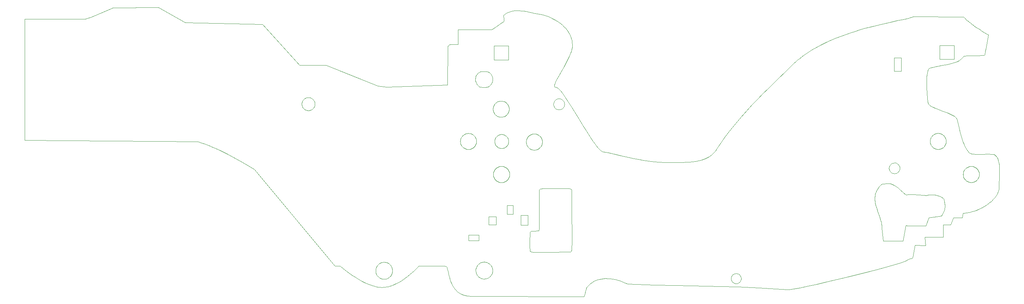
<source format=gbr>
%TF.GenerationSoftware,KiCad,Pcbnew,(5.1.6)-1*%
%TF.CreationDate,2020-06-22T12:01:02-04:00*%
%TF.ProjectId,Aligned mobo,416c6967-6e65-4642-906d-6f626f2e6b69,rev?*%
%TF.SameCoordinates,Original*%
%TF.FileFunction,Profile,NP*%
%FSLAX46Y46*%
G04 Gerber Fmt 4.6, Leading zero omitted, Abs format (unit mm)*
G04 Created by KiCad (PCBNEW (5.1.6)-1) date 2020-06-22 12:01:02*
%MOMM*%
%LPD*%
G01*
G04 APERTURE LIST*
%TA.AperFunction,Profile*%
%ADD10C,0.100000*%
%TD*%
G04 APERTURE END LIST*
D10*
X94446406Y-10311018D02*
X94713596Y-10261348D01*
X94713596Y-10261348D02*
X95024676Y-10228748D01*
X95024676Y-10228748D02*
X95747596Y-10206328D01*
X95747596Y-10206328D02*
X96553316Y-10226918D01*
X96553316Y-10226918D02*
X97379966Y-10273678D01*
X97379966Y-10273678D02*
X98848606Y-10378330D01*
X98848606Y-10378330D02*
X99366876Y-10402540D01*
X99366876Y-10402540D02*
X99544936Y-10400240D01*
X99544936Y-10400240D02*
X99658636Y-10385540D01*
X99658636Y-10385540D02*
X100024836Y-10303380D01*
X100024836Y-10303380D02*
X100386836Y-10255860D01*
X100386836Y-10255860D02*
X100742176Y-10239650D01*
X100742176Y-10239650D02*
X101088376Y-10251440D01*
X101088376Y-10251440D02*
X101422976Y-10287900D01*
X101422976Y-10287900D02*
X101743496Y-10345710D01*
X101743496Y-10345710D02*
X102047476Y-10421550D01*
X102047476Y-10421550D02*
X102332436Y-10512090D01*
X102332436Y-10512090D02*
X102595916Y-10614018D01*
X102595916Y-10614018D02*
X102835446Y-10724011D01*
X102835446Y-10724011D02*
X103048556Y-10838749D01*
X103048556Y-10838749D02*
X103232776Y-10954909D01*
X103232776Y-10954909D02*
X103385626Y-11069171D01*
X103385626Y-11069171D02*
X103504646Y-11178213D01*
X103504646Y-11178213D02*
X103587346Y-11278714D01*
X103587346Y-11278714D02*
X103631246Y-11367354D01*
X103631246Y-11367354D02*
X103753826Y-11840523D01*
X103753826Y-11840523D02*
X103837526Y-12308533D01*
X103837526Y-12308533D02*
X103873326Y-12777281D01*
X103873326Y-12777281D02*
X103870326Y-13013774D01*
X103870326Y-13013774D02*
X103852026Y-13252662D01*
X103852026Y-13252662D02*
X103817226Y-13494683D01*
X103817226Y-13494683D02*
X103764826Y-13740573D01*
X103764826Y-13740573D02*
X103693626Y-13991071D01*
X103693626Y-13991071D02*
X103602526Y-14246912D01*
X103602526Y-14246912D02*
X103490426Y-14508834D01*
X103490426Y-14508834D02*
X103356176Y-14777574D01*
X103356176Y-14777574D02*
X103198636Y-15053869D01*
X103198636Y-15053869D02*
X103016686Y-15338456D01*
X103016686Y-15338456D02*
X99967356Y-15804186D01*
X99967356Y-15804186D02*
X99274886Y-17747225D01*
X99274886Y-17747225D02*
X97281526Y-17744525D01*
X97281526Y-17744525D02*
X95697006Y-17722785D01*
X95697006Y-17722785D02*
X95022386Y-17701435D01*
X95022386Y-17701435D02*
X94526986Y-17671055D01*
X94526986Y-17671055D02*
X93810556Y-21364360D01*
X93810556Y-21364360D02*
X89066886Y-21364360D01*
X89066886Y-21364360D02*
X88756776Y-18293137D01*
X88756776Y-18293137D02*
X88747776Y-17959126D01*
X88747776Y-17959126D02*
X88717776Y-17624272D01*
X88717776Y-17624272D02*
X88668876Y-17288662D01*
X88668876Y-17288662D02*
X88603276Y-16952383D01*
X88603276Y-16952383D02*
X88430646Y-16278168D01*
X88430646Y-16278168D02*
X88217316Y-15602326D01*
X88217316Y-15602326D02*
X87738316Y-14248547D01*
X87738316Y-14248547D02*
X87507546Y-13572006D01*
X87507546Y-13572006D02*
X87305836Y-12896629D01*
X87305836Y-12896629D02*
X87150656Y-12223112D01*
X87150656Y-12223112D02*
X87095956Y-11887269D01*
X87095956Y-11887269D02*
X87059456Y-11552153D01*
X87059456Y-11552153D02*
X87043256Y-11217852D01*
X87043256Y-11217852D02*
X87049256Y-10884451D01*
X87049256Y-10884451D02*
X87080356Y-10552039D01*
X87080356Y-10552039D02*
X87138356Y-10220703D01*
X87138356Y-10220703D02*
X87225356Y-9890530D01*
X87225356Y-9890530D02*
X87343646Y-9561607D01*
X87343646Y-9561607D02*
X87495376Y-9234021D01*
X87495376Y-9234021D02*
X87682716Y-8907860D01*
X87682716Y-8907860D02*
X87907846Y-8583211D01*
X87907846Y-8583211D02*
X88172956Y-8260160D01*
X88172956Y-8260160D02*
X88480226Y-7938796D01*
X88480226Y-7938796D02*
X88831826Y-7619206D01*
X88831826Y-7619206D02*
X89090176Y-7650066D01*
X89090176Y-7650066D02*
X89327156Y-7649189D01*
X89327156Y-7649189D02*
X89765886Y-7595139D01*
X89765886Y-7595139D02*
X89982096Y-7563419D01*
X89982096Y-7563419D02*
X90205816Y-7542859D01*
X90205816Y-7542859D02*
X90444286Y-7544159D01*
X90444286Y-7544159D02*
X90704726Y-7578109D01*
X90704726Y-7578109D02*
X90994346Y-7655399D01*
X90994346Y-7655399D02*
X91320386Y-7786762D01*
X91320386Y-7786762D02*
X91690056Y-7982916D01*
X91690056Y-7982916D02*
X92110576Y-8254589D01*
X92110576Y-8254589D02*
X92589186Y-8612504D01*
X92589186Y-8612504D02*
X93133106Y-9067386D01*
X93133106Y-9067386D02*
X93749536Y-9629961D01*
X93749536Y-9629961D02*
X94445726Y-10310954D01*
X94445726Y-10310954D02*
X94445726Y-10310945D01*
X94445726Y-10310945D02*
X94446406Y-10311018D01*
X91679446Y22691774D02*
X93422956Y22691774D01*
X93422956Y22691774D02*
X93422956Y19426861D01*
X93422956Y19426861D02*
X91679446Y19426861D01*
X91679446Y19426861D02*
X91679446Y22691774D01*
X91679446Y22691774D02*
X91679446Y22691774D01*
X93050036Y-3881212D02*
X93024936Y-4134834D01*
X93024936Y-4134834D02*
X92951536Y-4376396D01*
X92951536Y-4376396D02*
X92832636Y-4599112D01*
X92832636Y-4599112D02*
X92671036Y-4796193D01*
X92671036Y-4796193D02*
X92473956Y-4957787D01*
X92473956Y-4957787D02*
X92251236Y-5076692D01*
X92251236Y-5076692D02*
X92009676Y-5150102D01*
X92009676Y-5150102D02*
X91756056Y-5175192D01*
X91756056Y-5175192D02*
X91495276Y-5148902D01*
X91495276Y-5148902D02*
X91252386Y-5073502D01*
X91252386Y-5073502D02*
X91032586Y-4954197D01*
X91032586Y-4954197D02*
X90841076Y-4796191D01*
X90841076Y-4796191D02*
X90683076Y-4604686D01*
X90683076Y-4604686D02*
X90563776Y-4384886D01*
X90563776Y-4384886D02*
X90488376Y-4141994D01*
X90488376Y-4141994D02*
X90462076Y-3881213D01*
X90462076Y-3881213D02*
X90488376Y-3620433D01*
X90488376Y-3620433D02*
X90563776Y-3377541D01*
X90563776Y-3377541D02*
X90683076Y-3157741D01*
X90683076Y-3157741D02*
X90841076Y-2966236D01*
X90841076Y-2966236D02*
X91032586Y-2808230D01*
X91032586Y-2808230D02*
X91252386Y-2688925D01*
X91252386Y-2688925D02*
X91495276Y-2613525D01*
X91495276Y-2613525D02*
X91756056Y-2587235D01*
X91756056Y-2587235D02*
X92009676Y-2612325D01*
X92009676Y-2612325D02*
X92251236Y-2685735D01*
X92251236Y-2685735D02*
X92473956Y-2804640D01*
X92473956Y-2804640D02*
X92671036Y-2966233D01*
X92671036Y-2966233D02*
X92832636Y-3163314D01*
X92832636Y-3163314D02*
X92951536Y-3386030D01*
X92951536Y-3386030D02*
X93024936Y-3627592D01*
X93024936Y-3627592D02*
X93050036Y-3881214D01*
X93050036Y-3881214D02*
X93050036Y-3881214D01*
X93050036Y-3881214D02*
X93050036Y-3881212D01*
X-1174404Y-12781843D02*
X292756Y-12781843D01*
X292756Y-12781843D02*
X292756Y-14941897D01*
X292756Y-14941897D02*
X-1174404Y-14941897D01*
X-1174404Y-14941897D02*
X-1174404Y-12781843D01*
X-1174404Y-12781843D02*
X-1174404Y-12781843D01*
X13926816Y-24006612D02*
X14041356Y-23957902D01*
X14041356Y-23957902D02*
X14156516Y-23880652D01*
X14156516Y-23880652D02*
X14216816Y-23811712D01*
X14216816Y-23811712D02*
X14262916Y-23714302D01*
X14262916Y-23714302D02*
X14296716Y-23579979D01*
X14296716Y-23579979D02*
X14320116Y-23400285D01*
X14320116Y-23400285D02*
X14343616Y-22870969D01*
X14343616Y-22870969D02*
X14348616Y-22058725D01*
X14348616Y-22058725D02*
X14338016Y-12636796D01*
X14338016Y-12636796D02*
X14325116Y-10519665D01*
X14325116Y-10519665D02*
X14318116Y-9667789D01*
X14318116Y-9667789D02*
X14296416Y-9217468D01*
X14296416Y-9217468D02*
X14274516Y-9094612D01*
X14274516Y-9094612D02*
X14242316Y-9014212D01*
X14242316Y-9014212D02*
X14197616Y-8956952D01*
X14197616Y-8956952D02*
X14138216Y-8903522D01*
X14138216Y-8903522D02*
X14076516Y-8866152D01*
X14076516Y-8866152D02*
X13983916Y-8835332D01*
X13983916Y-8835332D02*
X13689836Y-8791972D01*
X13689836Y-8791972D02*
X13223476Y-8770692D01*
X13223476Y-8770692D02*
X12552396Y-8768692D01*
X12552396Y-8768692D02*
X11487696Y-8773692D01*
X11487696Y-8773692D02*
X8675716Y-8770292D01*
X8675716Y-8770292D02*
X7451046Y-8780302D01*
X7451046Y-8780302D02*
X6915816Y-8795562D01*
X6915816Y-8795562D02*
X6806866Y-8851402D01*
X6806866Y-8851402D02*
X6694586Y-8934552D01*
X6694586Y-8934552D02*
X6603486Y-9024182D01*
X6603486Y-9024182D02*
X6558086Y-9099482D01*
X6558086Y-9099482D02*
X6534586Y-9512483D01*
X6534586Y-9512483D02*
X6496986Y-11094527D01*
X6496986Y-11094527D02*
X6481186Y-12595003D01*
X6481186Y-12595003D02*
X6487186Y-16141989D01*
X6487186Y-16141989D02*
X6492186Y-17979253D01*
X6492186Y-17979253D02*
X6487186Y-18462919D01*
X6487186Y-18462919D02*
X6471886Y-18735061D01*
X6471886Y-18735061D02*
X6442886Y-18854519D01*
X6442886Y-18854519D02*
X6422086Y-18875379D01*
X6422086Y-18875379D02*
X6396486Y-18880179D01*
X6396486Y-18880179D02*
X6329086Y-18870779D01*
X6329086Y-18870779D02*
X6236986Y-18885229D01*
X6236986Y-18885229D02*
X6165486Y-18924859D01*
X6165486Y-18924859D02*
X6096886Y-18949189D01*
X6096886Y-18949189D02*
X5467596Y-18983579D01*
X5467596Y-18983579D02*
X4740346Y-19016659D01*
X4740346Y-19016659D02*
X4600046Y-19037689D01*
X4600046Y-19037689D02*
X4522346Y-19069569D01*
X4522346Y-19069569D02*
X4360056Y-19194024D01*
X4360056Y-19194024D02*
X4307956Y-19260704D01*
X4307956Y-19260704D02*
X4278556Y-19326874D01*
X4278556Y-19326874D02*
X4258656Y-21620671D01*
X4258656Y-21620671D02*
X4259656Y-22779439D01*
X4259656Y-22779439D02*
X4280856Y-23443948D01*
X4280856Y-23443948D02*
X4306356Y-23641410D01*
X4306356Y-23641410D02*
X4345856Y-23775973D01*
X4345856Y-23775973D02*
X4402256Y-23867863D01*
X4402256Y-23867863D02*
X4478556Y-23937293D01*
X4478556Y-23937293D02*
X4593606Y-24023083D01*
X4593606Y-24023083D02*
X5198336Y-24037243D01*
X5198336Y-24037243D02*
X7012056Y-24047663D01*
X7012056Y-24047663D02*
X9931396Y-24043063D01*
X9931396Y-24043063D02*
X12665866Y-24027883D01*
X12665866Y-24027883D02*
X13924966Y-24006693D01*
X13924966Y-24006693D02*
X13926966Y-24006631D01*
X13926966Y-24006631D02*
X13926816Y-24006612D01*
X2102756Y-15227732D02*
X3779886Y-15227732D01*
X3779886Y-15227732D02*
X3779886Y-17573662D01*
X3779886Y-17573662D02*
X2102756Y-17573662D01*
X2102756Y-17573662D02*
X2102756Y-15227732D01*
X2102756Y-15227732D02*
X2102756Y-15227732D01*
X-5563124Y-15546133D02*
X-3816054Y-15546133D01*
X-3816054Y-15546133D02*
X-3816054Y-17496361D01*
X-3816054Y-17496361D02*
X-5563124Y-17496361D01*
X-5563124Y-17496361D02*
X-5563124Y-15546133D01*
X-5563124Y-15546133D02*
X-5563124Y-15546133D01*
X-10430434Y-19892653D02*
X-7942814Y-19892653D01*
X-7942814Y-19892653D02*
X-7942814Y-21265313D01*
X-7942814Y-21265313D02*
X-10430434Y-21265313D01*
X-10430434Y-21265313D02*
X-10430434Y-19892653D01*
X-10430434Y-19892653D02*
X-10430434Y-19892653D01*
X-4316774Y25578714D02*
X-884334Y25578714D01*
X-884334Y25578714D02*
X-884334Y22146282D01*
X-884334Y22146282D02*
X-4316774Y22146282D01*
X-4316774Y22146282D02*
X-4316774Y25578714D01*
X-4316774Y25578714D02*
X-4316774Y25578714D01*
X102639376Y25627813D02*
X106060346Y25627813D01*
X106060346Y25627813D02*
X106060346Y22284270D01*
X106060346Y22284270D02*
X102639376Y22284270D01*
X102639376Y22284270D02*
X102639376Y25627813D01*
X102639376Y25627813D02*
X102639376Y25627813D01*
X-47298104Y11551435D02*
X-47306104Y11390298D01*
X-47306104Y11390298D02*
X-47330004Y11233816D01*
X-47330004Y11233816D02*
X-47368804Y11082780D01*
X-47368804Y11082780D02*
X-47421804Y10937984D01*
X-47421804Y10937984D02*
X-47567114Y10670278D01*
X-47567114Y10670278D02*
X-47759554Y10437034D01*
X-47759554Y10437034D02*
X-47992794Y10244590D01*
X-47992794Y10244590D02*
X-48260504Y10099283D01*
X-48260504Y10099283D02*
X-48405304Y10046283D01*
X-48405304Y10046283D02*
X-48556334Y10007443D01*
X-48556334Y10007443D02*
X-48712814Y9983563D01*
X-48712814Y9983563D02*
X-48873954Y9975463D01*
X-48873954Y9975463D02*
X-49035094Y9983563D01*
X-49035094Y9983563D02*
X-49191574Y10007443D01*
X-49191574Y10007443D02*
X-49342604Y10046283D01*
X-49342604Y10046283D02*
X-49487404Y10099283D01*
X-49487404Y10099283D02*
X-49755114Y10244590D01*
X-49755114Y10244590D02*
X-49988354Y10437034D01*
X-49988354Y10437034D02*
X-50180794Y10670278D01*
X-50180794Y10670278D02*
X-50326104Y10937984D01*
X-50326104Y10937984D02*
X-50379104Y11082780D01*
X-50379104Y11082780D02*
X-50417904Y11233816D01*
X-50417904Y11233816D02*
X-50441804Y11390298D01*
X-50441804Y11390298D02*
X-50449804Y11551435D01*
X-50449804Y11551435D02*
X-50441804Y11712572D01*
X-50441804Y11712572D02*
X-50417904Y11869054D01*
X-50417904Y11869054D02*
X-50379104Y12020090D01*
X-50379104Y12020090D02*
X-50326104Y12164886D01*
X-50326104Y12164886D02*
X-50180794Y12432592D01*
X-50180794Y12432592D02*
X-49988354Y12665836D01*
X-49988354Y12665836D02*
X-49755114Y12858280D01*
X-49755114Y12858280D02*
X-49487404Y13003587D01*
X-49487404Y13003587D02*
X-49342604Y13056587D01*
X-49342604Y13056587D02*
X-49191574Y13095427D01*
X-49191574Y13095427D02*
X-49035094Y13119307D01*
X-49035094Y13119307D02*
X-48873954Y13127407D01*
X-48873954Y13127407D02*
X-48712814Y13119307D01*
X-48712814Y13119307D02*
X-48556334Y13095427D01*
X-48556334Y13095427D02*
X-48405304Y13056587D01*
X-48405304Y13056587D02*
X-48260504Y13003587D01*
X-48260504Y13003587D02*
X-47992794Y12858280D01*
X-47992794Y12858280D02*
X-47759554Y12665836D01*
X-47759554Y12665836D02*
X-47567114Y12432592D01*
X-47567114Y12432592D02*
X-47421804Y12164886D01*
X-47421804Y12164886D02*
X-47368804Y12020090D01*
X-47368804Y12020090D02*
X-47330004Y11869054D01*
X-47330004Y11869054D02*
X-47306104Y11712572D01*
X-47306104Y11712572D02*
X-47298104Y11551435D01*
X-47298104Y11551435D02*
X-47298104Y11551435D01*
X-47298104Y11551435D02*
X-47298104Y11551435D01*
X12590436Y11505876D02*
X12563536Y11239237D01*
X12563536Y11239237D02*
X12486436Y10990889D01*
X12486436Y10990889D02*
X12364456Y10766152D01*
X12364456Y10766152D02*
X12202896Y10570345D01*
X12202896Y10570345D02*
X12007086Y10408790D01*
X12007086Y10408790D02*
X11782356Y10286806D01*
X11782356Y10286806D02*
X11534006Y10209716D01*
X11534006Y10209716D02*
X11267366Y10182836D01*
X11267366Y10182836D02*
X11000726Y10209716D01*
X11000726Y10209716D02*
X10752376Y10286806D01*
X10752376Y10286806D02*
X10527646Y10408790D01*
X10527646Y10408790D02*
X10331836Y10570345D01*
X10331836Y10570345D02*
X10170276Y10766152D01*
X10170276Y10766152D02*
X10048296Y10990889D01*
X10048296Y10990889D02*
X9971196Y11239237D01*
X9971196Y11239237D02*
X9944296Y11505876D01*
X9944296Y11505876D02*
X9971196Y11772515D01*
X9971196Y11772515D02*
X10048296Y12020863D01*
X10048296Y12020863D02*
X10170276Y12245601D01*
X10170276Y12245601D02*
X10331836Y12441407D01*
X10331836Y12441407D02*
X10527646Y12602963D01*
X10527646Y12602963D02*
X10752376Y12724946D01*
X10752376Y12724946D02*
X11000726Y12802036D01*
X11000726Y12802036D02*
X11267366Y12828916D01*
X11267366Y12828916D02*
X11534006Y12802036D01*
X11534006Y12802036D02*
X11782356Y12724946D01*
X11782356Y12724946D02*
X12007086Y12602963D01*
X12007086Y12602963D02*
X12202896Y12441407D01*
X12202896Y12441407D02*
X12364456Y12245601D01*
X12364456Y12245601D02*
X12486436Y12020863D01*
X12486436Y12020863D02*
X12563536Y11772515D01*
X12563536Y11772515D02*
X12590436Y11505876D01*
X12590436Y11505876D02*
X12590436Y11505876D01*
X12590436Y11505876D02*
X12590436Y11505876D01*
X54995766Y-30387961D02*
X54971166Y-30631968D01*
X54971166Y-30631968D02*
X54900666Y-30859237D01*
X54900666Y-30859237D02*
X54789036Y-31064899D01*
X54789036Y-31064899D02*
X54641196Y-31244086D01*
X54641196Y-31244086D02*
X54462016Y-31391929D01*
X54462016Y-31391929D02*
X54256356Y-31503560D01*
X54256356Y-31503560D02*
X54029086Y-31574110D01*
X54029086Y-31574110D02*
X53785076Y-31598710D01*
X53785076Y-31598710D02*
X53547766Y-31575230D01*
X53547766Y-31575230D02*
X53321746Y-31506550D01*
X53321746Y-31506550D02*
X53113356Y-31395293D01*
X53113356Y-31395293D02*
X52928946Y-31244093D01*
X52928946Y-31244093D02*
X52777746Y-31059688D01*
X52777746Y-31059688D02*
X52666486Y-30851298D01*
X52666486Y-30851298D02*
X52597786Y-30625272D01*
X52597786Y-30625272D02*
X52574286Y-30387964D01*
X52574286Y-30387964D02*
X52597786Y-30150655D01*
X52597786Y-30150655D02*
X52666486Y-29924630D01*
X52666486Y-29924630D02*
X52777746Y-29716239D01*
X52777746Y-29716239D02*
X52928946Y-29531835D01*
X52928946Y-29531835D02*
X53113356Y-29380634D01*
X53113356Y-29380634D02*
X53321746Y-29269377D01*
X53321746Y-29269377D02*
X53547766Y-29200697D01*
X53547766Y-29200697D02*
X53785076Y-29177217D01*
X53785076Y-29177217D02*
X54029086Y-29201817D01*
X54029086Y-29201817D02*
X54256356Y-29272367D01*
X54256356Y-29272367D02*
X54462016Y-29383998D01*
X54462016Y-29383998D02*
X54641196Y-29531841D01*
X54641196Y-29531841D02*
X54789046Y-29711028D01*
X54789046Y-29711028D02*
X54900666Y-29916691D01*
X54900666Y-29916691D02*
X54971166Y-30143960D01*
X54971166Y-30143960D02*
X54995766Y-30387967D01*
X54995766Y-30387967D02*
X54995766Y-30387967D01*
X54995766Y-30387967D02*
X54995766Y-30387961D01*
X-5687084Y15678967D02*
X-5508154Y15804491D01*
X-5508154Y15804491D02*
X-5303084Y15992992D01*
X-5303084Y15992992D02*
X-5109284Y16206726D01*
X-5109284Y16206726D02*
X-4964204Y16407950D01*
X-4964204Y16407950D02*
X-4862784Y16609229D01*
X-4862784Y16609229D02*
X-4771384Y16836332D01*
X-4771384Y16836332D02*
X-4725684Y16981035D01*
X-4725684Y16981035D02*
X-4700584Y17108794D01*
X-4700584Y17108794D02*
X-4688684Y17499735D01*
X-4688684Y17499735D02*
X-4702184Y17878115D01*
X-4702184Y17878115D02*
X-4723584Y17996148D01*
X-4723584Y17996148D02*
X-4759984Y18111676D01*
X-4759984Y18111676D02*
X-4918114Y18474217D01*
X-4918114Y18474217D02*
X-5109904Y18777984D01*
X-5109904Y18777984D02*
X-5217934Y18907189D01*
X-5217934Y18907189D02*
X-5333804Y19020935D01*
X-5333804Y19020935D02*
X-5457314Y19118965D01*
X-5457314Y19118965D02*
X-5588264Y19201025D01*
X-5588264Y19201025D02*
X-5798454Y19294395D01*
X-5798454Y19294395D02*
X-6043224Y19337415D01*
X-6043224Y19337415D02*
X-6409524Y19357685D01*
X-6409524Y19357685D02*
X-6887194Y19363885D01*
X-6887194Y19363885D02*
X-7324994Y19356185D01*
X-7324994Y19356185D02*
X-7571674Y19334915D01*
X-7571674Y19334915D02*
X-7678574Y19286305D01*
X-7678574Y19286305D02*
X-7832354Y19192525D01*
X-7832354Y19192525D02*
X-8190774Y18928399D01*
X-8190774Y18928399D02*
X-8297864Y18823717D01*
X-8297864Y18823717D02*
X-8409874Y18684017D01*
X-8409874Y18684017D02*
X-8520604Y18517834D01*
X-8520604Y18517834D02*
X-8623834Y18333707D01*
X-8623834Y18333707D02*
X-8687634Y18194169D01*
X-8687634Y18194169D02*
X-8736034Y18038485D01*
X-8736034Y18038485D02*
X-8833834Y17487988D01*
X-8833834Y17487988D02*
X-8836834Y17336646D01*
X-8836834Y17336646D02*
X-8808634Y17153965D01*
X-8808634Y17153965D02*
X-8754134Y16960575D01*
X-8754134Y16960575D02*
X-8677934Y16777102D01*
X-8677934Y16777102D02*
X-8506044Y16395691D01*
X-8506044Y16395691D02*
X-8407144Y16223245D01*
X-8407144Y16223245D02*
X-8245654Y16031684D01*
X-8245654Y16031684D02*
X-8052674Y15853512D01*
X-8052674Y15853512D02*
X-7859384Y15721236D01*
X-7859384Y15721236D02*
X-7680764Y15646876D01*
X-7680764Y15646876D02*
X-7441374Y15604296D01*
X-7441374Y15604296D02*
X-7069494Y15586406D01*
X-7069494Y15586406D02*
X-6493394Y15586116D01*
X-6493394Y15586116D02*
X-5851604Y15591716D01*
X-5851604Y15591716D02*
X-5687424Y15678906D01*
X-5687424Y15678906D02*
X-5687434Y15678952D01*
X-5687434Y15678952D02*
X-5687084Y15678967D01*
X7261446Y2443502D02*
X7251446Y2245590D01*
X7251446Y2245590D02*
X7222146Y2053395D01*
X7222146Y2053395D02*
X7174446Y1867889D01*
X7174446Y1867889D02*
X7109346Y1690047D01*
X7109346Y1690047D02*
X7027846Y1520841D01*
X7027846Y1520841D02*
X6930946Y1361243D01*
X6930946Y1361243D02*
X6819516Y1212228D01*
X6819516Y1212228D02*
X6694576Y1074767D01*
X6694576Y1074767D02*
X6557116Y949835D01*
X6557116Y949835D02*
X6408106Y838403D01*
X6408106Y838403D02*
X6248506Y741443D01*
X6248506Y741443D02*
X6079296Y659933D01*
X6079296Y659933D02*
X5901456Y594843D01*
X5901456Y594843D02*
X5715956Y547143D01*
X5715956Y547143D02*
X5523756Y517813D01*
X5523756Y517813D02*
X5325846Y507813D01*
X5325846Y507813D02*
X5134526Y517313D01*
X5134526Y517313D02*
X4946446Y545383D01*
X4946446Y545383D02*
X4762876Y591513D01*
X4762876Y591513D02*
X4585086Y655183D01*
X4585086Y655183D02*
X4414346Y735873D01*
X4414346Y735873D02*
X4251926Y833053D01*
X4251926Y833053D02*
X4099086Y946199D01*
X4099086Y946199D02*
X3957106Y1074784D01*
X3957106Y1074784D02*
X3828526Y1216764D01*
X3828526Y1216764D02*
X3715376Y1369601D01*
X3715376Y1369601D02*
X3618176Y1532025D01*
X3618176Y1532025D02*
X3537476Y1702766D01*
X3537476Y1702766D02*
X3473776Y1880556D01*
X3473776Y1880556D02*
X3427676Y2064124D01*
X3427676Y2064124D02*
X3399576Y2252203D01*
X3399576Y2252203D02*
X3390576Y2443522D01*
X3390576Y2443522D02*
X3399576Y2634841D01*
X3399576Y2634841D02*
X3427676Y2822920D01*
X3427676Y2822920D02*
X3473776Y3006488D01*
X3473776Y3006488D02*
X3537476Y3184278D01*
X3537476Y3184278D02*
X3618176Y3355019D01*
X3618176Y3355019D02*
X3715376Y3517443D01*
X3715376Y3517443D02*
X3828526Y3670280D01*
X3828526Y3670280D02*
X3957106Y3812260D01*
X3957106Y3812260D02*
X4099086Y3940845D01*
X4099086Y3940845D02*
X4251926Y4053991D01*
X4251926Y4053991D02*
X4414346Y4151171D01*
X4414346Y4151171D02*
X4585086Y4231861D01*
X4585086Y4231861D02*
X4762876Y4295541D01*
X4762876Y4295541D02*
X4946446Y4341671D01*
X4946446Y4341671D02*
X5134526Y4369731D01*
X5134526Y4369731D02*
X5325846Y4379231D01*
X5325846Y4379231D02*
X5523756Y4369231D01*
X5523756Y4369231D02*
X5715956Y4339901D01*
X5715956Y4339901D02*
X5901456Y4292201D01*
X5901456Y4292201D02*
X6079296Y4227111D01*
X6079296Y4227111D02*
X6248506Y4145601D01*
X6248506Y4145601D02*
X6408106Y4048641D01*
X6408106Y4048641D02*
X6557116Y3937209D01*
X6557116Y3937209D02*
X6694576Y3812277D01*
X6694576Y3812277D02*
X6819516Y3674816D01*
X6819516Y3674816D02*
X6930946Y3525801D01*
X6930946Y3525801D02*
X7027846Y3366203D01*
X7027846Y3366203D02*
X7109346Y3196997D01*
X7109346Y3196997D02*
X7174446Y3019155D01*
X7174446Y3019155D02*
X7222146Y2833649D01*
X7222146Y2833649D02*
X7251446Y2641454D01*
X7251446Y2641454D02*
X7261446Y2443542D01*
X7261446Y2443542D02*
X7261446Y2443542D01*
X7261446Y2443542D02*
X7261446Y2443502D01*
X-8540784Y2572138D02*
X-8550784Y2374226D01*
X-8550784Y2374226D02*
X-8580084Y2182031D01*
X-8580084Y2182031D02*
X-8627784Y1996525D01*
X-8627784Y1996525D02*
X-8692884Y1818683D01*
X-8692884Y1818683D02*
X-8774384Y1649477D01*
X-8774384Y1649477D02*
X-8871384Y1489879D01*
X-8871384Y1489879D02*
X-8982814Y1340864D01*
X-8982814Y1340864D02*
X-9107754Y1203403D01*
X-9107754Y1203403D02*
X-9245214Y1078471D01*
X-9245214Y1078471D02*
X-9394224Y967039D01*
X-9394224Y967039D02*
X-9553824Y870079D01*
X-9553824Y870079D02*
X-9723034Y788569D01*
X-9723034Y788569D02*
X-9900874Y723479D01*
X-9900874Y723479D02*
X-10086374Y675779D01*
X-10086374Y675779D02*
X-10278574Y646449D01*
X-10278574Y646449D02*
X-10476484Y636449D01*
X-10476484Y636449D02*
X-10667804Y645949D01*
X-10667804Y645949D02*
X-10855884Y674019D01*
X-10855884Y674019D02*
X-11039454Y720149D01*
X-11039454Y720149D02*
X-11217244Y783829D01*
X-11217244Y783829D02*
X-11387984Y864519D01*
X-11387984Y864519D02*
X-11550404Y961699D01*
X-11550404Y961699D02*
X-11703244Y1074846D01*
X-11703244Y1074846D02*
X-11845224Y1203431D01*
X-11845224Y1203431D02*
X-11973804Y1345411D01*
X-11973804Y1345411D02*
X-12086954Y1498248D01*
X-12086954Y1498248D02*
X-12184154Y1660672D01*
X-12184154Y1660672D02*
X-12264854Y1831413D01*
X-12264854Y1831413D02*
X-12328554Y2009203D01*
X-12328554Y2009203D02*
X-12374654Y2192771D01*
X-12374654Y2192771D02*
X-12402754Y2380850D01*
X-12402754Y2380850D02*
X-12411754Y2572169D01*
X-12411754Y2572169D02*
X-12402754Y2763488D01*
X-12402754Y2763488D02*
X-12374654Y2951566D01*
X-12374654Y2951566D02*
X-12328554Y3135135D01*
X-12328554Y3135135D02*
X-12264854Y3312925D01*
X-12264854Y3312925D02*
X-12184154Y3483666D01*
X-12184154Y3483666D02*
X-12086954Y3646089D01*
X-12086954Y3646089D02*
X-11973804Y3798926D01*
X-11973804Y3798926D02*
X-11845224Y3940907D01*
X-11845224Y3940907D02*
X-11703244Y4069492D01*
X-11703244Y4069492D02*
X-11550404Y4182638D01*
X-11550404Y4182638D02*
X-11387984Y4279818D01*
X-11387984Y4279818D02*
X-11217244Y4360508D01*
X-11217244Y4360508D02*
X-11039454Y4424178D01*
X-11039454Y4424178D02*
X-10855884Y4470308D01*
X-10855884Y4470308D02*
X-10667804Y4498368D01*
X-10667804Y4498368D02*
X-10476484Y4507868D01*
X-10476484Y4507868D02*
X-10278574Y4497868D01*
X-10278574Y4497868D02*
X-10086374Y4468538D01*
X-10086374Y4468538D02*
X-9900874Y4420838D01*
X-9900874Y4420838D02*
X-9723034Y4355748D01*
X-9723034Y4355748D02*
X-9553824Y4274238D01*
X-9553824Y4274238D02*
X-9394224Y4177278D01*
X-9394224Y4177278D02*
X-9245214Y4065847D01*
X-9245214Y4065847D02*
X-9107754Y3940914D01*
X-9107754Y3940914D02*
X-8982824Y3803454D01*
X-8982824Y3803454D02*
X-8871384Y3654438D01*
X-8871384Y3654438D02*
X-8774384Y3494841D01*
X-8774384Y3494841D02*
X-8692884Y3325635D01*
X-8692884Y3325635D02*
X-8627784Y3147792D01*
X-8627784Y3147792D02*
X-8580084Y2962287D01*
X-8580084Y2962287D02*
X-8550784Y2770092D01*
X-8550784Y2770092D02*
X-8540784Y2572180D01*
X-8540784Y2572180D02*
X-8540784Y2572180D01*
X-8540784Y2572180D02*
X-8540784Y2572138D01*
X-694084Y10339494D02*
X-703084Y10148175D01*
X-703084Y10148175D02*
X-731184Y9960097D01*
X-731184Y9960097D02*
X-777284Y9776528D01*
X-777284Y9776528D02*
X-840984Y9598738D01*
X-840984Y9598738D02*
X-921684Y9427997D01*
X-921684Y9427997D02*
X-1018884Y9265574D01*
X-1018884Y9265574D02*
X-1132034Y9112737D01*
X-1132034Y9112737D02*
X-1260614Y8970756D01*
X-1260614Y8970756D02*
X-1402594Y8842171D01*
X-1402594Y8842171D02*
X-1555434Y8729025D01*
X-1555434Y8729025D02*
X-1717854Y8631845D01*
X-1717854Y8631845D02*
X-1888594Y8551155D01*
X-1888594Y8551155D02*
X-2066384Y8487485D01*
X-2066384Y8487485D02*
X-2249954Y8441355D01*
X-2249954Y8441355D02*
X-2438034Y8413295D01*
X-2438034Y8413295D02*
X-2629354Y8403795D01*
X-2629354Y8403795D02*
X-2827264Y8413795D01*
X-2827264Y8413795D02*
X-3019464Y8443125D01*
X-3019464Y8443125D02*
X-3204964Y8490825D01*
X-3204964Y8490825D02*
X-3382804Y8555915D01*
X-3382804Y8555915D02*
X-3552014Y8637425D01*
X-3552014Y8637425D02*
X-3711614Y8734385D01*
X-3711614Y8734385D02*
X-3860624Y8845816D01*
X-3860624Y8845816D02*
X-3998084Y8970749D01*
X-3998084Y8970749D02*
X-4123014Y9108209D01*
X-4123014Y9108209D02*
X-4234454Y9257225D01*
X-4234454Y9257225D02*
X-4331354Y9416822D01*
X-4331354Y9416822D02*
X-4412854Y9586028D01*
X-4412854Y9586028D02*
X-4477954Y9763871D01*
X-4477954Y9763871D02*
X-4525654Y9949376D01*
X-4525654Y9949376D02*
X-4554954Y10141571D01*
X-4554954Y10141571D02*
X-4564954Y10339483D01*
X-4564954Y10339483D02*
X-4554954Y10537395D01*
X-4554954Y10537395D02*
X-4525654Y10729590D01*
X-4525654Y10729590D02*
X-4477954Y10915096D01*
X-4477954Y10915096D02*
X-4412854Y11092938D01*
X-4412854Y11092938D02*
X-4331354Y11262144D01*
X-4331354Y11262144D02*
X-4234454Y11421742D01*
X-4234454Y11421742D02*
X-4123024Y11570757D01*
X-4123024Y11570757D02*
X-3998084Y11708218D01*
X-3998084Y11708218D02*
X-3860624Y11833150D01*
X-3860624Y11833150D02*
X-3711614Y11944582D01*
X-3711614Y11944582D02*
X-3552014Y12041542D01*
X-3552014Y12041542D02*
X-3382804Y12123052D01*
X-3382804Y12123052D02*
X-3204964Y12188142D01*
X-3204964Y12188142D02*
X-3019464Y12235842D01*
X-3019464Y12235842D02*
X-2827264Y12265172D01*
X-2827264Y12265172D02*
X-2629354Y12275172D01*
X-2629354Y12275172D02*
X-2438034Y12265672D01*
X-2438034Y12265672D02*
X-2249954Y12237602D01*
X-2249954Y12237602D02*
X-2066384Y12191472D01*
X-2066384Y12191472D02*
X-1888594Y12127802D01*
X-1888594Y12127802D02*
X-1717854Y12047112D01*
X-1717854Y12047112D02*
X-1555434Y11949932D01*
X-1555434Y11949932D02*
X-1402594Y11836785D01*
X-1402594Y11836785D02*
X-1260614Y11708200D01*
X-1260614Y11708200D02*
X-1132034Y11566220D01*
X-1132034Y11566220D02*
X-1018884Y11413383D01*
X-1018884Y11413383D02*
X-921684Y11250959D01*
X-921684Y11250959D02*
X-840984Y11080218D01*
X-840984Y11080218D02*
X-777284Y10902428D01*
X-777284Y10902428D02*
X-731184Y10718860D01*
X-731184Y10718860D02*
X-703084Y10530781D01*
X-703084Y10530781D02*
X-694084Y10339462D01*
X-694084Y10339462D02*
X-694084Y10339462D01*
X-694084Y10339462D02*
X-694084Y10339494D01*
X-573774Y-5356287D02*
X-583874Y-5556506D01*
X-583874Y-5556506D02*
X-613574Y-5750941D01*
X-613574Y-5750941D02*
X-661874Y-5938608D01*
X-661874Y-5938608D02*
X-727774Y-6118522D01*
X-727774Y-6118522D02*
X-810274Y-6289700D01*
X-810274Y-6289700D02*
X-908374Y-6451158D01*
X-908374Y-6451158D02*
X-1021104Y-6601909D01*
X-1021104Y-6601909D02*
X-1147494Y-6740972D01*
X-1147494Y-6740972D02*
X-1286554Y-6867360D01*
X-1286554Y-6867360D02*
X-1437304Y-6980090D01*
X-1437304Y-6980090D02*
X-1598764Y-7078180D01*
X-1598764Y-7078180D02*
X-1769934Y-7160640D01*
X-1769934Y-7160640D02*
X-1949854Y-7226490D01*
X-1949854Y-7226490D02*
X-2137524Y-7274740D01*
X-2137524Y-7274740D02*
X-2331954Y-7304420D01*
X-2331954Y-7304420D02*
X-2532174Y-7314530D01*
X-2532174Y-7314530D02*
X-2732394Y-7304420D01*
X-2732394Y-7304420D02*
X-2926824Y-7274740D01*
X-2926824Y-7274740D02*
X-3114494Y-7226490D01*
X-3114494Y-7226490D02*
X-3294414Y-7160640D01*
X-3294414Y-7160640D02*
X-3465584Y-7078180D01*
X-3465584Y-7078180D02*
X-3627044Y-6980090D01*
X-3627044Y-6980090D02*
X-3777794Y-6867360D01*
X-3777794Y-6867360D02*
X-3916854Y-6740972D01*
X-3916854Y-6740972D02*
X-4043244Y-6601909D01*
X-4043244Y-6601909D02*
X-4155974Y-6451158D01*
X-4155974Y-6451158D02*
X-4254074Y-6289700D01*
X-4254074Y-6289700D02*
X-4336574Y-6118522D01*
X-4336574Y-6118522D02*
X-4402374Y-5938608D01*
X-4402374Y-5938608D02*
X-4450674Y-5750941D01*
X-4450674Y-5750941D02*
X-4480374Y-5556506D01*
X-4480374Y-5556506D02*
X-4490474Y-5356287D01*
X-4490474Y-5356287D02*
X-4480374Y-5156068D01*
X-4480374Y-5156068D02*
X-4450674Y-4961633D01*
X-4450674Y-4961633D02*
X-4402374Y-4773966D01*
X-4402374Y-4773966D02*
X-4336574Y-4594052D01*
X-4336574Y-4594052D02*
X-4254074Y-4422874D01*
X-4254074Y-4422874D02*
X-4155974Y-4261416D01*
X-4155974Y-4261416D02*
X-4043244Y-4110665D01*
X-4043244Y-4110665D02*
X-3916854Y-3971602D01*
X-3916854Y-3971602D02*
X-3777794Y-3845214D01*
X-3777794Y-3845214D02*
X-3627044Y-3732484D01*
X-3627044Y-3732484D02*
X-3465584Y-3634394D01*
X-3465584Y-3634394D02*
X-3294414Y-3551934D01*
X-3294414Y-3551934D02*
X-3114494Y-3486084D01*
X-3114494Y-3486084D02*
X-2926824Y-3437834D01*
X-2926824Y-3437834D02*
X-2732394Y-3408154D01*
X-2732394Y-3408154D02*
X-2532174Y-3398044D01*
X-2532174Y-3398044D02*
X-2331954Y-3408154D01*
X-2331954Y-3408154D02*
X-2137524Y-3437834D01*
X-2137524Y-3437834D02*
X-1949854Y-3486084D01*
X-1949854Y-3486084D02*
X-1769934Y-3551934D01*
X-1769934Y-3551934D02*
X-1598764Y-3634394D01*
X-1598764Y-3634394D02*
X-1437304Y-3732484D01*
X-1437304Y-3732484D02*
X-1286554Y-3845214D01*
X-1286554Y-3845214D02*
X-1147494Y-3971602D01*
X-1147494Y-3971602D02*
X-1021104Y-4110665D01*
X-1021104Y-4110665D02*
X-908374Y-4261416D01*
X-908374Y-4261416D02*
X-810274Y-4422874D01*
X-810274Y-4422874D02*
X-727774Y-4594052D01*
X-727774Y-4594052D02*
X-661874Y-4773966D01*
X-661874Y-4773966D02*
X-613574Y-4961633D01*
X-613574Y-4961633D02*
X-583874Y-5156068D01*
X-583874Y-5156068D02*
X-573774Y-5356287D01*
X-573774Y-5356287D02*
X-573774Y-5356287D01*
X-573774Y-5356287D02*
X-573774Y-5356287D01*
X-833464Y2563871D02*
X-841464Y2396812D01*
X-841464Y2396812D02*
X-865564Y2232583D01*
X-865564Y2232583D02*
X-905264Y2072291D01*
X-905264Y2072291D02*
X-959964Y1917046D01*
X-959964Y1917046D02*
X-1029364Y1767955D01*
X-1029364Y1767955D02*
X-1112864Y1626128D01*
X-1112864Y1626128D02*
X-1210164Y1492671D01*
X-1210164Y1492671D02*
X-1320704Y1368694D01*
X-1320704Y1368694D02*
X-1442774Y1256414D01*
X-1442774Y1256414D02*
X-1574174Y1157614D01*
X-1574174Y1157614D02*
X-1713814Y1072754D01*
X-1713814Y1072754D02*
X-1860604Y1002294D01*
X-1860604Y1002294D02*
X-2013454Y946694D01*
X-2013454Y946694D02*
X-2171274Y906414D01*
X-2171274Y906414D02*
X-2332974Y881904D01*
X-2332974Y881904D02*
X-2497454Y873604D01*
X-2497454Y873604D02*
X-2667604Y882304D01*
X-2667604Y882304D02*
X-2832844Y907914D01*
X-2832844Y907914D02*
X-2992324Y949564D01*
X-2992324Y949564D02*
X-3145224Y1006404D01*
X-3145224Y1006404D02*
X-3290694Y1077584D01*
X-3290694Y1077584D02*
X-3427904Y1162244D01*
X-3427904Y1162244D02*
X-3556014Y1259544D01*
X-3556014Y1259544D02*
X-3674194Y1368635D01*
X-3674194Y1368635D02*
X-3781604Y1488665D01*
X-3781604Y1488665D02*
X-3877404Y1618785D01*
X-3877404Y1618785D02*
X-3960804Y1758144D01*
X-3960804Y1758144D02*
X-4030904Y1905895D01*
X-4030904Y1905895D02*
X-4086904Y2061186D01*
X-4086904Y2061186D02*
X-4127904Y2223168D01*
X-4127904Y2223168D02*
X-4153104Y2390992D01*
X-4153104Y2390992D02*
X-4162104Y2563808D01*
X-4162104Y2563808D02*
X-4153104Y2736624D01*
X-4153104Y2736624D02*
X-4127904Y2904448D01*
X-4127904Y2904448D02*
X-4086904Y3066430D01*
X-4086904Y3066430D02*
X-4030904Y3221721D01*
X-4030904Y3221721D02*
X-3960804Y3369472D01*
X-3960804Y3369472D02*
X-3877404Y3508831D01*
X-3877404Y3508831D02*
X-3781604Y3638951D01*
X-3781604Y3638951D02*
X-3674194Y3758981D01*
X-3674194Y3758981D02*
X-3556014Y3868072D01*
X-3556014Y3868072D02*
X-3427904Y3965372D01*
X-3427904Y3965372D02*
X-3290694Y4050032D01*
X-3290694Y4050032D02*
X-3145224Y4121212D01*
X-3145224Y4121212D02*
X-2992324Y4178052D01*
X-2992324Y4178052D02*
X-2832844Y4219702D01*
X-2832844Y4219702D02*
X-2667604Y4245312D01*
X-2667604Y4245312D02*
X-2497454Y4254012D01*
X-2497454Y4254012D02*
X-2332974Y4245712D01*
X-2332974Y4245712D02*
X-2171274Y4221202D01*
X-2171274Y4221202D02*
X-2013454Y4180922D01*
X-2013454Y4180922D02*
X-1860604Y4125322D01*
X-1860604Y4125322D02*
X-1713814Y4054862D01*
X-1713814Y4054862D02*
X-1574174Y3970002D01*
X-1574174Y3970002D02*
X-1442774Y3871202D01*
X-1442774Y3871202D02*
X-1320704Y3758922D01*
X-1320704Y3758922D02*
X-1210164Y3634945D01*
X-1210164Y3634945D02*
X-1112864Y3501488D01*
X-1112864Y3501488D02*
X-1029364Y3359661D01*
X-1029364Y3359661D02*
X-959964Y3210570D01*
X-959964Y3210570D02*
X-905264Y3055325D01*
X-905264Y3055325D02*
X-865564Y2895033D01*
X-865564Y2895033D02*
X-841464Y2730804D01*
X-841464Y2730804D02*
X-833464Y2563745D01*
X-833464Y2563745D02*
X-833464Y2563745D01*
X-833464Y2563745D02*
X-833464Y2563871D01*
X104156736Y2587007D02*
X104146736Y2390358D01*
X104146736Y2390358D02*
X104117536Y2199389D01*
X104117536Y2199389D02*
X104070136Y2015067D01*
X104070136Y2015067D02*
X104005436Y1838360D01*
X104005436Y1838360D02*
X103924436Y1670233D01*
X103924436Y1670233D02*
X103828136Y1511654D01*
X103828136Y1511654D02*
X103717416Y1363590D01*
X103717416Y1363590D02*
X103593276Y1227007D01*
X103593276Y1227007D02*
X103456696Y1102871D01*
X103456696Y1102871D02*
X103308626Y992151D01*
X103308626Y992151D02*
X103150046Y895811D01*
X103150046Y895811D02*
X102981926Y814821D01*
X102981926Y814821D02*
X102805216Y750141D01*
X102805216Y750141D02*
X102620896Y702751D01*
X102620896Y702751D02*
X102429926Y673601D01*
X102429926Y673601D02*
X102233276Y663701D01*
X102233276Y663701D02*
X102043176Y673101D01*
X102043176Y673101D02*
X101856296Y700981D01*
X101856296Y700981D02*
X101673906Y746821D01*
X101673906Y746821D02*
X101497246Y810091D01*
X101497246Y810091D02*
X101327596Y890261D01*
X101327596Y890261D02*
X101166206Y986821D01*
X101166206Y986821D02*
X101014346Y1099245D01*
X101014346Y1099245D02*
X100873266Y1227009D01*
X100873266Y1227009D02*
X100745506Y1368084D01*
X100745506Y1368084D02*
X100633076Y1519945D01*
X100633076Y1519945D02*
X100536476Y1681332D01*
X100536476Y1681332D02*
X100456276Y1850984D01*
X100456276Y1850984D02*
X100392976Y2027639D01*
X100392976Y2027639D02*
X100347176Y2210036D01*
X100347176Y2210036D02*
X100319276Y2396915D01*
X100319276Y2396915D02*
X100310276Y2587013D01*
X100310276Y2587013D02*
X100319276Y2777111D01*
X100319276Y2777111D02*
X100347176Y2963990D01*
X100347176Y2963990D02*
X100392976Y3146387D01*
X100392976Y3146387D02*
X100456276Y3323042D01*
X100456276Y3323042D02*
X100536476Y3492694D01*
X100536476Y3492694D02*
X100633076Y3654081D01*
X100633076Y3654081D02*
X100745506Y3805942D01*
X100745506Y3805942D02*
X100873266Y3947017D01*
X100873266Y3947017D02*
X101014346Y4074781D01*
X101014346Y4074781D02*
X101166206Y4187205D01*
X101166206Y4187205D02*
X101327596Y4283765D01*
X101327596Y4283765D02*
X101497246Y4363935D01*
X101497246Y4363935D02*
X101673906Y4427205D01*
X101673906Y4427205D02*
X101856296Y4473045D01*
X101856296Y4473045D02*
X102043176Y4500925D01*
X102043176Y4500925D02*
X102233276Y4510325D01*
X102233276Y4510325D02*
X102429926Y4500425D01*
X102429926Y4500425D02*
X102620896Y4471275D01*
X102620896Y4471275D02*
X102805216Y4423885D01*
X102805216Y4423885D02*
X102981926Y4359205D01*
X102981926Y4359205D02*
X103150046Y4278215D01*
X103150046Y4278215D02*
X103308626Y4181875D01*
X103308626Y4181875D02*
X103456696Y4071155D01*
X103456696Y4071155D02*
X103593276Y3947019D01*
X103593276Y3947019D02*
X103717416Y3810436D01*
X103717416Y3810436D02*
X103828136Y3662372D01*
X103828136Y3662372D02*
X103924436Y3503793D01*
X103924436Y3503793D02*
X104005436Y3335666D01*
X104005436Y3335666D02*
X104070136Y3158959D01*
X104070136Y3158959D02*
X104117536Y2974637D01*
X104117536Y2974637D02*
X104146736Y2783668D01*
X104146736Y2783668D02*
X104156736Y2587019D01*
X104156736Y2587019D02*
X104156736Y2587019D01*
X104156736Y2587019D02*
X104156736Y2587007D01*
X112108716Y-5352568D02*
X112099716Y-5543889D01*
X112099716Y-5543889D02*
X112071616Y-5731969D01*
X112071616Y-5731969D02*
X112025516Y-5915540D01*
X112025516Y-5915540D02*
X111961816Y-6093331D01*
X111961816Y-6093331D02*
X111881116Y-6264075D01*
X111881116Y-6264075D02*
X111783916Y-6426500D01*
X111783916Y-6426500D02*
X111670766Y-6579338D01*
X111670766Y-6579338D02*
X111542176Y-6721320D01*
X111542176Y-6721320D02*
X111400196Y-6849907D01*
X111400196Y-6849907D02*
X111247356Y-6963054D01*
X111247356Y-6963054D02*
X111084936Y-7060234D01*
X111084936Y-7060234D02*
X110914186Y-7140924D01*
X110914186Y-7140924D02*
X110736396Y-7204604D01*
X110736396Y-7204604D02*
X110552826Y-7250734D01*
X110552826Y-7250734D02*
X110364746Y-7278794D01*
X110364746Y-7278794D02*
X110173426Y-7288294D01*
X110173426Y-7288294D02*
X109982106Y-7278794D01*
X109982106Y-7278794D02*
X109794026Y-7250734D01*
X109794026Y-7250734D02*
X109610456Y-7204604D01*
X109610456Y-7204604D02*
X109432666Y-7140924D01*
X109432666Y-7140924D02*
X109261916Y-7060234D01*
X109261916Y-7060234D02*
X109099496Y-6963054D01*
X109099496Y-6963054D02*
X108946656Y-6849907D01*
X108946656Y-6849907D02*
X108804676Y-6721320D01*
X108804676Y-6721320D02*
X108676086Y-6579338D01*
X108676086Y-6579338D02*
X108562936Y-6426500D01*
X108562936Y-6426500D02*
X108465736Y-6264075D01*
X108465736Y-6264075D02*
X108385036Y-6093331D01*
X108385036Y-6093331D02*
X108321336Y-5915540D01*
X108321336Y-5915540D02*
X108275236Y-5731969D01*
X108275236Y-5731969D02*
X108247136Y-5543889D01*
X108247136Y-5543889D02*
X108238136Y-5352568D01*
X108238136Y-5352568D02*
X108247136Y-5161247D01*
X108247136Y-5161247D02*
X108275236Y-4973167D01*
X108275236Y-4973167D02*
X108321336Y-4789596D01*
X108321336Y-4789596D02*
X108385036Y-4611805D01*
X108385036Y-4611805D02*
X108465736Y-4441061D01*
X108465736Y-4441061D02*
X108562936Y-4278636D01*
X108562936Y-4278636D02*
X108676086Y-4125798D01*
X108676086Y-4125798D02*
X108804676Y-3983816D01*
X108804676Y-3983816D02*
X108946656Y-3855229D01*
X108946656Y-3855229D02*
X109099496Y-3742082D01*
X109099496Y-3742082D02*
X109261916Y-3644902D01*
X109261916Y-3644902D02*
X109432666Y-3564212D01*
X109432666Y-3564212D02*
X109610456Y-3500532D01*
X109610456Y-3500532D02*
X109794026Y-3454402D01*
X109794026Y-3454402D02*
X109982106Y-3426342D01*
X109982106Y-3426342D02*
X110173426Y-3416842D01*
X110173426Y-3416842D02*
X110364746Y-3426342D01*
X110364746Y-3426342D02*
X110552826Y-3454402D01*
X110552826Y-3454402D02*
X110736396Y-3500532D01*
X110736396Y-3500532D02*
X110914186Y-3564212D01*
X110914186Y-3564212D02*
X111084936Y-3644902D01*
X111084936Y-3644902D02*
X111247356Y-3742082D01*
X111247356Y-3742082D02*
X111400196Y-3855229D01*
X111400196Y-3855229D02*
X111542176Y-3983816D01*
X111542176Y-3983816D02*
X111670766Y-4125798D01*
X111670766Y-4125798D02*
X111783916Y-4278636D01*
X111783916Y-4278636D02*
X111881116Y-4441061D01*
X111881116Y-4441061D02*
X111961816Y-4611805D01*
X111961816Y-4611805D02*
X112025516Y-4789596D01*
X112025516Y-4789596D02*
X112071616Y-4973167D01*
X112071616Y-4973167D02*
X112099716Y-5161247D01*
X112099716Y-5161247D02*
X112108716Y-5352568D01*
X112108716Y-5352568D02*
X112108716Y-5352568D01*
X112108716Y-5352568D02*
X112108716Y-5352568D01*
X-30203164Y-30479794D02*
X-29953544Y-30399074D01*
X-29953544Y-30399074D02*
X-29726644Y-30288487D01*
X-29726644Y-30288487D02*
X-29513664Y-30142902D01*
X-29513664Y-30142902D02*
X-29305794Y-29957185D01*
X-29305794Y-29957185D02*
X-29165354Y-29807365D01*
X-29165354Y-29807365D02*
X-29045184Y-29657235D01*
X-29045184Y-29657235D02*
X-28944394Y-29504852D01*
X-28944394Y-29504852D02*
X-28862094Y-29348276D01*
X-28862094Y-29348276D02*
X-28797394Y-29185566D01*
X-28797394Y-29185566D02*
X-28749394Y-29014780D01*
X-28749394Y-29014780D02*
X-28717194Y-28833976D01*
X-28717194Y-28833976D02*
X-28699894Y-28641215D01*
X-28699894Y-28641215D02*
X-28705894Y-28290498D01*
X-28705894Y-28290498D02*
X-28761694Y-27961232D01*
X-28761694Y-27961232D02*
X-28866254Y-27655678D01*
X-28866254Y-27655678D02*
X-29019044Y-27376095D01*
X-29019044Y-27376095D02*
X-29135344Y-27219657D01*
X-29135344Y-27219657D02*
X-29268654Y-27073308D01*
X-29268654Y-27073308D02*
X-29416384Y-26938833D01*
X-29416384Y-26938833D02*
X-29575934Y-26818020D01*
X-29575934Y-26818020D02*
X-29744704Y-26712655D01*
X-29744704Y-26712655D02*
X-29920114Y-26624525D01*
X-29920114Y-26624525D02*
X-30099564Y-26555415D01*
X-30099564Y-26555415D02*
X-30280464Y-26507115D01*
X-30280464Y-26507115D02*
X-30511774Y-26467135D01*
X-30511774Y-26467135D02*
X-30711774Y-26452475D01*
X-30711774Y-26452475D02*
X-30906444Y-26462885D01*
X-30906444Y-26462885D02*
X-31121764Y-26498115D01*
X-31121764Y-26498115D02*
X-31326084Y-26546735D01*
X-31326084Y-26546735D02*
X-31496104Y-26607295D01*
X-31496104Y-26607295D02*
X-31660894Y-26692475D01*
X-31660894Y-26692475D02*
X-31849584Y-26814956D01*
X-31849584Y-26814956D02*
X-32023304Y-26949551D01*
X-32023304Y-26949551D02*
X-32178384Y-27099266D01*
X-32178384Y-27099266D02*
X-32314574Y-27262351D01*
X-32314574Y-27262351D02*
X-32431644Y-27437056D01*
X-32431644Y-27437056D02*
X-32529344Y-27621629D01*
X-32529344Y-27621629D02*
X-32607444Y-27814322D01*
X-32607444Y-27814322D02*
X-32665744Y-28013384D01*
X-32665744Y-28013384D02*
X-32703944Y-28217065D01*
X-32703944Y-28217065D02*
X-32721744Y-28423614D01*
X-32721744Y-28423614D02*
X-32718744Y-28631282D01*
X-32718744Y-28631282D02*
X-32695244Y-28838318D01*
X-32695244Y-28838318D02*
X-32650744Y-29042972D01*
X-32650744Y-29042972D02*
X-32584944Y-29243494D01*
X-32584944Y-29243494D02*
X-32497644Y-29438134D01*
X-32497644Y-29438134D02*
X-32388554Y-29625141D01*
X-32388554Y-29625141D02*
X-32257474Y-29802766D01*
X-32257474Y-29802766D02*
X-32025504Y-30035759D01*
X-32025504Y-30035759D02*
X-31747054Y-30237145D01*
X-31747054Y-30237145D02*
X-31443384Y-30393828D01*
X-31443384Y-30393828D02*
X-31288754Y-30451318D01*
X-31288754Y-30451318D02*
X-31135804Y-30492718D01*
X-31135804Y-30492718D02*
X-30908494Y-30526368D01*
X-30908494Y-30526368D02*
X-30664324Y-30535268D01*
X-30664324Y-30535268D02*
X-30422614Y-30519658D01*
X-30422614Y-30519658D02*
X-30202684Y-30479838D01*
X-30202684Y-30479838D02*
X-30202684Y-30479818D01*
X-30202684Y-30479818D02*
X-30203164Y-30479794D01*
X108364836Y23018687D02*
X108392036Y23044697D01*
X108392036Y23044697D02*
X108445336Y23067217D01*
X108445336Y23067217D02*
X108623286Y23102867D01*
X108623286Y23102867D02*
X109215136Y23143957D01*
X109215136Y23143957D02*
X110027906Y23158837D01*
X110027906Y23158837D02*
X110949146Y23164437D01*
X110949146Y23164437D02*
X111866416Y23177557D01*
X111866416Y23177557D02*
X112667286Y23215127D01*
X112667286Y23215127D02*
X112988926Y23248357D01*
X112988926Y23248357D02*
X113239306Y23294037D01*
X113239306Y23294037D02*
X113404356Y23354277D01*
X113404356Y23354277D02*
X113450456Y23390517D01*
X113450456Y23390517D02*
X113469956Y23431187D01*
X113469956Y23431187D02*
X113571666Y24185457D01*
X113571666Y24185457D02*
X113683236Y24858395D01*
X113683236Y24858395D02*
X114315756Y28145822D01*
X114315756Y28145822D02*
X112968346Y28952410D01*
X112968346Y28952410D02*
X112139036Y29477827D01*
X112139036Y29477827D02*
X111269336Y30056552D01*
X111269336Y30056552D02*
X110406766Y30667503D01*
X110406766Y30667503D02*
X109598866Y31289600D01*
X109598866Y31289600D02*
X109230256Y31598241D01*
X109230256Y31598241D02*
X108893126Y31901762D01*
X108893126Y31901762D02*
X108593416Y32197529D01*
X108593416Y32197529D02*
X108337076Y32482908D01*
X108337076Y32482908D02*
X96285286Y32577593D01*
X96285286Y32577593D02*
X96119746Y32487748D01*
X96119746Y32487748D02*
X95855176Y32391374D01*
X95855176Y32391374D02*
X95496696Y32287356D01*
X95496696Y32287356D02*
X95049396Y32174581D01*
X95049396Y32174581D02*
X93908786Y31918302D01*
X93908786Y31918302D02*
X92474186Y31613625D01*
X92474186Y31613625D02*
X90786436Y31251637D01*
X90786436Y31251637D02*
X88886366Y30823425D01*
X88886366Y30823425D02*
X86814816Y30320078D01*
X86814816Y30320078D02*
X85727496Y30037443D01*
X85727496Y30037443D02*
X84612626Y29732682D01*
X84612626Y29732682D02*
X83475306Y29404681D01*
X83475306Y29404681D02*
X82320646Y29052326D01*
X82320646Y29052326D02*
X81153736Y28674502D01*
X81153736Y28674502D02*
X79979696Y28270096D01*
X79979696Y28270096D02*
X78803626Y27837993D01*
X78803626Y27837993D02*
X77630626Y27377081D01*
X77630626Y27377081D02*
X76465806Y26886243D01*
X76465806Y26886243D02*
X75314266Y26364367D01*
X75314266Y26364367D02*
X74181116Y25810339D01*
X74181116Y25810339D02*
X73071466Y25223043D01*
X73071466Y25223043D02*
X71990406Y24601367D01*
X71990406Y24601367D02*
X70943046Y23944196D01*
X70943046Y23944196D02*
X69934496Y23250417D01*
X69934496Y23250417D02*
X68969866Y22518914D01*
X68969866Y22518914D02*
X68505606Y22138669D01*
X68505606Y22138669D02*
X68054246Y21748575D01*
X68054246Y21748575D02*
X67616406Y21348493D01*
X67616406Y21348493D02*
X67192746Y20938284D01*
X67192746Y20938284D02*
X65691336Y19474141D01*
X65691336Y19474141D02*
X63730956Y17580527D01*
X63730956Y17580527D02*
X61431416Y15319027D01*
X61431416Y15319027D02*
X60191896Y14069564D01*
X60191896Y14069564D02*
X58912516Y12751224D01*
X58912516Y12751224D02*
X57608246Y11371704D01*
X57608246Y11371704D02*
X56294066Y9938703D01*
X56294066Y9938703D02*
X54984946Y8459919D01*
X54984946Y8459919D02*
X53695876Y6943049D01*
X53695876Y6943049D02*
X52441826Y5395793D01*
X52441826Y5395793D02*
X51237766Y3825847D01*
X51237766Y3825847D02*
X50659156Y3034772D01*
X50659156Y3034772D02*
X50098676Y2240911D01*
X50098676Y2240911D02*
X49558166Y1445226D01*
X49558166Y1445226D02*
X49039526Y648681D01*
X49039526Y648681D02*
X48821976Y331557D01*
X48821976Y331557D02*
X48588096Y36734D01*
X48588096Y36734D02*
X48338696Y-236603D01*
X48338696Y-236603D02*
X48074556Y-489265D01*
X48074556Y-489265D02*
X47796476Y-722064D01*
X47796476Y-722064D02*
X47505246Y-935813D01*
X47505246Y-935813D02*
X47201656Y-1131324D01*
X47201656Y-1131324D02*
X46886506Y-1309409D01*
X46886506Y-1309409D02*
X46560586Y-1470881D01*
X46560586Y-1470881D02*
X46224696Y-1616552D01*
X46224696Y-1616552D02*
X45879616Y-1747234D01*
X45879616Y-1747234D02*
X45526146Y-1863740D01*
X45526146Y-1863740D02*
X44797216Y-2057472D01*
X44797216Y-2057472D02*
X44044256Y-2204246D01*
X44044256Y-2204246D02*
X43273596Y-2310561D01*
X43273596Y-2310561D02*
X42491596Y-2382911D01*
X42491596Y-2382911D02*
X41704596Y-2427801D01*
X41704596Y-2427801D02*
X40918946Y-2451731D01*
X40918946Y-2451731D02*
X39377076Y-2462691D01*
X39377076Y-2462691D02*
X37916746Y-2467791D01*
X37916746Y-2467791D02*
X36587796Y-2457371D01*
X36587796Y-2457371D02*
X35278806Y-2393801D01*
X35278806Y-2393801D02*
X33994966Y-2284321D01*
X33994966Y-2284321D02*
X32741486Y-2136179D01*
X32741486Y-2136179D02*
X31523566Y-1956621D01*
X31523566Y-1956621D02*
X30346396Y-1752891D01*
X30346396Y-1752891D02*
X29215206Y-1532237D01*
X29215206Y-1532237D02*
X28135166Y-1301904D01*
X28135166Y-1301904D02*
X26149406Y-841185D01*
X26149406Y-841185D02*
X24430716Y-428702D01*
X24430716Y-428702D02*
X23684536Y-258663D01*
X23684536Y-258663D02*
X23020736Y-122421D01*
X23020736Y-122421D02*
X22444506Y-27221D01*
X22444506Y-27221D02*
X21961066Y19689D01*
X21961066Y19689D02*
X21853416Y35789D01*
X21853416Y35789D02*
X21738406Y73909D01*
X21738406Y73909D02*
X21487266Y213325D01*
X21487266Y213325D02*
X21209606Y432220D01*
X21209606Y432220D02*
X20907376Y724876D01*
X20907376Y724876D02*
X20582526Y1085575D01*
X20582526Y1085575D02*
X20237006Y1508598D01*
X20237006Y1508598D02*
X19872776Y1988227D01*
X19872776Y1988227D02*
X19491766Y2518744D01*
X19491766Y2518744D02*
X18687256Y3709566D01*
X18687256Y3709566D02*
X17839096Y5035319D01*
X17839096Y5035319D02*
X16962896Y6450256D01*
X16962896Y6450256D02*
X16074246Y7908630D01*
X16074246Y7908630D02*
X14322096Y10772702D01*
X14322096Y10772702D02*
X13489796Y12086908D01*
X13489796Y12086908D02*
X12707506Y13261563D01*
X12707506Y13261563D02*
X12339986Y13782264D01*
X12339986Y13782264D02*
X11990816Y14250923D01*
X11990816Y14250923D02*
X11661956Y14661821D01*
X11661956Y14661821D02*
X11355346Y15009240D01*
X11355346Y15009240D02*
X11072946Y15287461D01*
X11072946Y15287461D02*
X10816706Y15490767D01*
X10816706Y15490767D02*
X10699006Y15562537D01*
X10699006Y15562537D02*
X10588576Y15613437D01*
X10588576Y15613437D02*
X10485666Y15642747D01*
X10485666Y15642747D02*
X10390466Y15649747D01*
X10390466Y15649747D02*
X10267346Y15664147D01*
X10267346Y15664147D02*
X10185046Y15719777D01*
X10185046Y15719777D02*
X10141146Y15814477D01*
X10141146Y15814477D02*
X10133146Y15946095D01*
X10133146Y15946095D02*
X10158646Y16112475D01*
X10158646Y16112475D02*
X10215146Y16311463D01*
X10215146Y16311463D02*
X10411136Y16798640D01*
X10411136Y16798640D02*
X10701456Y17390383D01*
X10701456Y17390383D02*
X11066396Y18069451D01*
X11066396Y18069451D02*
X11941206Y19620587D01*
X11941206Y19620587D02*
X12411636Y20458172D01*
X12411636Y20458172D02*
X12877776Y21314110D01*
X12877776Y21314110D02*
X13319906Y22171161D01*
X13319906Y22171161D02*
X13718286Y23012080D01*
X13718286Y23012080D02*
X14053206Y23819627D01*
X14053206Y23819627D02*
X14190706Y24205497D01*
X14190706Y24205497D02*
X14304936Y24576558D01*
X14304936Y24576558D02*
X14393436Y24930654D01*
X14393436Y24930654D02*
X14453736Y25265630D01*
X14453736Y25265630D02*
X14483436Y25579332D01*
X14483436Y25579332D02*
X14480436Y25869602D01*
X14480436Y25869602D02*
X14429836Y26328801D01*
X14429836Y26328801D02*
X14349336Y26771506D01*
X14349336Y26771506D02*
X14240776Y27197870D01*
X14240776Y27197870D02*
X14105826Y27608041D01*
X14105826Y27608041D02*
X13946226Y28002174D01*
X13946226Y28002174D02*
X13763696Y28380418D01*
X13763696Y28380418D02*
X13559956Y28742927D01*
X13559956Y28742927D02*
X13336756Y29089852D01*
X13336756Y29089852D02*
X13095806Y29421345D01*
X13095806Y29421345D02*
X12838836Y29737558D01*
X12838836Y29737558D02*
X12567576Y30038642D01*
X12567576Y30038642D02*
X12283766Y30324749D01*
X12283766Y30324749D02*
X11989116Y30596030D01*
X11989116Y30596030D02*
X11685366Y30852638D01*
X11685366Y30852638D02*
X11374236Y31094725D01*
X11374236Y31094725D02*
X11057466Y31322441D01*
X11057466Y31322441D02*
X10413896Y31735370D01*
X10413896Y31735370D02*
X9768476Y32092640D01*
X9768476Y32092640D02*
X9135026Y32395464D01*
X9135026Y32395464D02*
X8527386Y32645056D01*
X8527386Y32645056D02*
X7959376Y32842630D01*
X7959376Y32842630D02*
X7444816Y32989401D01*
X7444816Y32989401D02*
X6997546Y33086581D01*
X6997546Y33086581D02*
X6631376Y33135385D01*
X6631376Y33135385D02*
X5538646Y33341184D01*
X5538646Y33341184D02*
X4438416Y33577391D01*
X4438416Y33577391D02*
X3338116Y33797218D01*
X3338116Y33797218D02*
X2790246Y33886369D01*
X2790246Y33886369D02*
X2245146Y33953881D01*
X2245146Y33953881D02*
X1703726Y33993905D01*
X1703726Y33993905D02*
X1166926Y34000595D01*
X1166926Y34000595D02*
X635666Y33968100D01*
X635666Y33968100D02*
X110866Y33890573D01*
X110866Y33890573D02*
X-406524Y33762165D01*
X-406524Y33762165D02*
X-662164Y33677054D01*
X-662164Y33677054D02*
X-915604Y33577030D01*
X-915604Y33577030D02*
X-1166724Y33461361D01*
X-1166724Y33461361D02*
X-1415424Y33329317D01*
X-1415424Y33329317D02*
X-1661584Y33180168D01*
X-1661584Y33180168D02*
X-1905074Y33013180D01*
X-1905074Y33013180D02*
X-1960674Y32956558D01*
X-1960674Y32956558D02*
X-1996974Y32884227D01*
X-1996974Y32884227D02*
X-2016874Y32798267D01*
X-2016874Y32798267D02*
X-2022874Y32700759D01*
X-2022874Y32700759D02*
X-2005574Y32479417D01*
X-2005574Y32479417D02*
X-1966974Y32236841D01*
X-1966974Y32236841D02*
X-1929374Y31989672D01*
X-1929374Y31989672D02*
X-1914974Y31754552D01*
X-1914974Y31754552D02*
X-1922974Y31646711D01*
X-1922974Y31646711D02*
X-1945574Y31548121D01*
X-1945574Y31548121D02*
X-1985074Y31460861D01*
X-1985074Y31460861D02*
X-2044274Y31387021D01*
X-2044274Y31387021D02*
X-4850604Y29422590D01*
X-4850604Y29422590D02*
X-12988954Y29432090D01*
X-12988954Y29432090D02*
X-12988954Y25867920D01*
X-12988954Y25867920D02*
X-14828894Y25839290D01*
X-14828894Y25839290D02*
X-15020364Y25803470D01*
X-15020364Y25803470D02*
X-15112864Y25773310D01*
X-15112864Y25773310D02*
X-15199864Y25722590D01*
X-15199864Y25722590D02*
X-15278864Y25642000D01*
X-15278864Y25642000D02*
X-15347464Y25522252D01*
X-15347464Y25522252D02*
X-15403164Y25354042D01*
X-15403164Y25354042D02*
X-15443464Y25128073D01*
X-15443464Y25128073D02*
X-15491464Y16116074D01*
X-15491464Y16116074D02*
X-30081744Y15623858D01*
X-30081744Y15623858D02*
X-32214734Y15888006D01*
X-32214734Y15888006D02*
X-44655904Y20907080D01*
X-44655904Y20907080D02*
X-50990264Y20844600D01*
X-50990264Y20844600D02*
X-59831364Y30715926D01*
X-59831364Y30715926D02*
X-78437306Y31166082D01*
X-78437306Y31166082D02*
X-84802575Y34732184D01*
X-84802575Y34732184D02*
X-95767795Y34696894D01*
X-95767795Y34696894D02*
X-96725152Y34274887D01*
X-96725152Y34274887D02*
X-98870983Y33346498D01*
X-98870983Y33346498D02*
X-100049153Y32850673D01*
X-100049153Y32850673D02*
X-101115932Y32418169D01*
X-101115932Y32418169D02*
X-101935150Y32112292D01*
X-101935150Y32112292D02*
X-102209372Y32026621D01*
X-102209372Y32026621D02*
X-102370639Y31996346D01*
X-102370639Y31996346D02*
X-116953805Y32002666D01*
X-116953805Y32002666D02*
X-116953805Y2861527D01*
X-116953805Y2861527D02*
X-75343949Y2497725D01*
X-75343949Y2497725D02*
X-74462904Y2209432D01*
X-74462904Y2209432D02*
X-73579585Y1891501D01*
X-73579585Y1891501D02*
X-72695518Y1546620D01*
X-72695518Y1546620D02*
X-71812232Y1177477D01*
X-71812232Y1177477D02*
X-70931254Y786759D01*
X-70931254Y786759D02*
X-70054112Y377153D01*
X-70054112Y377153D02*
X-69182331Y-48652D01*
X-69182331Y-48652D02*
X-68317441Y-487970D01*
X-68317441Y-487970D02*
X-66614440Y-1396394D01*
X-66614440Y-1396394D02*
X-64957328Y-2326618D01*
X-64957328Y-2326618D02*
X-63358323Y-3257142D01*
X-63358323Y-3257142D02*
X-61829644Y-4166467D01*
X-61829644Y-4166467D02*
X-42465964Y-27417072D01*
X-42465964Y-27417072D02*
X-41258284Y-27417072D01*
X-41258284Y-27417072D02*
X-40993184Y-27643493D01*
X-40993184Y-27643493D02*
X-40256374Y-28238741D01*
X-40256374Y-28238741D02*
X-39738494Y-28635293D01*
X-39738494Y-28635293D02*
X-39135574Y-29076795D01*
X-39135574Y-29076795D02*
X-38458584Y-29547493D01*
X-38458584Y-29547493D02*
X-37718504Y-30031635D01*
X-37718504Y-30031635D02*
X-36926274Y-30513468D01*
X-36926274Y-30513468D02*
X-36092884Y-30977240D01*
X-36092884Y-30977240D02*
X-35229284Y-31407197D01*
X-35229284Y-31407197D02*
X-34346444Y-31787588D01*
X-34346444Y-31787588D02*
X-33901234Y-31954273D01*
X-33901234Y-31954273D02*
X-33455324Y-32102659D01*
X-33455324Y-32102659D02*
X-33010094Y-32230777D01*
X-33010094Y-32230777D02*
X-32566904Y-32336659D01*
X-32566904Y-32336659D02*
X-32127124Y-32418339D01*
X-32127124Y-32418339D02*
X-31692134Y-32473839D01*
X-31692134Y-32473839D02*
X-31263294Y-32501199D01*
X-31263294Y-32501199D02*
X-30841984Y-32498399D01*
X-30841984Y-32498399D02*
X-30462604Y-32468089D01*
X-30462604Y-32468089D02*
X-30082074Y-32411869D01*
X-30082074Y-32411869D02*
X-29701284Y-32331489D01*
X-29701284Y-32331489D02*
X-29321074Y-32228722D01*
X-29321074Y-32228722D02*
X-28942314Y-32105327D01*
X-28942314Y-32105327D02*
X-28565884Y-31963067D01*
X-28565884Y-31963067D02*
X-28192624Y-31803705D01*
X-28192624Y-31803705D02*
X-27823424Y-31629002D01*
X-27823424Y-31629002D02*
X-27100614Y-31240629D01*
X-27100614Y-31240629D02*
X-26404374Y-30812048D01*
X-26404374Y-30812048D02*
X-25741614Y-30357360D01*
X-25741614Y-30357360D02*
X-25119254Y-29890667D01*
X-25119254Y-29890667D02*
X-24544204Y-29426069D01*
X-24544204Y-29426069D02*
X-24023394Y-28977667D01*
X-24023394Y-28977667D02*
X-23563724Y-28559563D01*
X-23563724Y-28559563D02*
X-23172124Y-28185857D01*
X-23172124Y-28185857D02*
X-22620784Y-27628045D01*
X-22620784Y-27628045D02*
X-22424714Y-27417039D01*
X-22424714Y-27417039D02*
X-16107224Y-27417039D01*
X-16107224Y-27417039D02*
X-15998914Y-27424439D01*
X-15998914Y-27424439D02*
X-15898554Y-27447069D01*
X-15898554Y-27447069D02*
X-15807854Y-27485379D01*
X-15807854Y-27485379D02*
X-15728654Y-27539859D01*
X-15728654Y-27539859D02*
X-15662654Y-27610979D01*
X-15662654Y-27610979D02*
X-15611654Y-27699229D01*
X-15611654Y-27699229D02*
X-15577354Y-27805086D01*
X-15577354Y-27805086D02*
X-15561554Y-27929035D01*
X-15561554Y-27929035D02*
X-15348654Y-28769805D01*
X-15348654Y-28769805D02*
X-15133074Y-29650079D01*
X-15133074Y-29650079D02*
X-15010174Y-30124128D01*
X-15010174Y-30124128D02*
X-14869084Y-30610663D01*
X-14869084Y-30610663D02*
X-14703714Y-31102092D01*
X-14703714Y-31102092D02*
X-14507984Y-31590824D01*
X-14507984Y-31590824D02*
X-14275794Y-32069267D01*
X-14275794Y-32069267D02*
X-14001074Y-32529829D01*
X-14001074Y-32529829D02*
X-13845854Y-32751032D01*
X-13845854Y-32751032D02*
X-13677714Y-32964918D01*
X-13677714Y-32964918D02*
X-13495904Y-33170539D01*
X-13495904Y-33170539D02*
X-13299644Y-33366944D01*
X-13299644Y-33366944D02*
X-13088194Y-33553185D01*
X-13088194Y-33553185D02*
X-12860774Y-33728314D01*
X-12860774Y-33728314D02*
X-12616634Y-33891381D01*
X-12616634Y-33891381D02*
X-12355014Y-34041437D01*
X-12355014Y-34041437D02*
X-12075144Y-34177533D01*
X-12075144Y-34177533D02*
X-11776274Y-34298720D01*
X-11776274Y-34298720D02*
X-11457634Y-34404050D01*
X-11457634Y-34404050D02*
X-11118464Y-34492570D01*
X-11118464Y-34492570D02*
X-10758014Y-34563340D01*
X-10758014Y-34563340D02*
X-10375514Y-34615400D01*
X-10375514Y-34615400D02*
X-9970194Y-34647810D01*
X-9970194Y-34647810D02*
X-9541314Y-34659620D01*
X-9541314Y-34659620D02*
X17284756Y-34732000D01*
X17284756Y-34732000D02*
X17488866Y-34007867D01*
X17488866Y-34007867D02*
X17630406Y-33445024D01*
X17630406Y-33445024D02*
X17747406Y-33004179D01*
X17747406Y-33004179D02*
X17877886Y-32646040D01*
X17877886Y-32646040D02*
X17960086Y-32485707D01*
X17960086Y-32485707D02*
X18059886Y-32331316D01*
X18059886Y-32331316D02*
X18182076Y-32177955D01*
X18182076Y-32177955D02*
X18331396Y-32020714D01*
X18331396Y-32020714D02*
X18730436Y-31674943D01*
X18730436Y-31674943D02*
X19295056Y-31254712D01*
X19295056Y-31254712D02*
X19644666Y-31034720D01*
X19644666Y-31034720D02*
X20031506Y-30845615D01*
X20031506Y-30845615D02*
X20452656Y-30687862D01*
X20452656Y-30687862D02*
X20905236Y-30561927D01*
X20905236Y-30561927D02*
X21386336Y-30468277D01*
X21386336Y-30468277D02*
X21893066Y-30407377D01*
X21893066Y-30407377D02*
X22422516Y-30379687D01*
X22422516Y-30379687D02*
X22971786Y-30385687D01*
X22971786Y-30385687D02*
X23537996Y-30425827D01*
X23537996Y-30425827D02*
X24118226Y-30500577D01*
X24118226Y-30500577D02*
X24709586Y-30610400D01*
X24709586Y-30610400D02*
X25309166Y-30755765D01*
X25309166Y-30755765D02*
X25914086Y-30937139D01*
X25914086Y-30937139D02*
X26521436Y-31154985D01*
X26521436Y-31154985D02*
X27128316Y-31409771D01*
X27128316Y-31409771D02*
X27731826Y-31701961D01*
X27731826Y-31701961D02*
X34239406Y-31907472D01*
X34239406Y-31907472D02*
X39195646Y-32027938D01*
X39195646Y-32027938D02*
X46570616Y-32162560D01*
X46570616Y-32162560D02*
X50047616Y-32251130D01*
X50047616Y-32251130D02*
X54089806Y-32403481D01*
X54089806Y-32403481D02*
X59226296Y-32656822D01*
X59226296Y-32656822D02*
X65986246Y-33048357D01*
X65986246Y-33048357D02*
X66181606Y-33067147D01*
X66181606Y-33067147D02*
X66515786Y-33046827D01*
X66515786Y-33046827D02*
X66979406Y-32989777D01*
X66979406Y-32989777D02*
X67563076Y-32898397D01*
X67563076Y-32898397D02*
X69053106Y-32622176D01*
X69053106Y-32622176D02*
X70910846Y-32237263D01*
X70910846Y-32237263D02*
X73061296Y-31762757D01*
X73061296Y-31762757D02*
X75429426Y-31217757D01*
X75429426Y-31217757D02*
X77940226Y-30621363D01*
X77940226Y-30621363D02*
X80518676Y-29992673D01*
X80518676Y-29992673D02*
X85578456Y-28714804D01*
X85578456Y-28714804D02*
X87909756Y-28103823D01*
X87909756Y-28103823D02*
X90008646Y-27536943D01*
X90008646Y-27536943D02*
X91800096Y-27033265D01*
X91800096Y-27033265D02*
X93209106Y-26611885D01*
X93209106Y-26611885D02*
X94160646Y-26291905D01*
X94160646Y-26291905D02*
X94441416Y-26175908D01*
X94441416Y-26175908D02*
X94579696Y-26092418D01*
X94579696Y-26092418D02*
X94694906Y-25986688D01*
X94694906Y-25986688D02*
X94815376Y-25900548D01*
X94815376Y-25900548D02*
X95065926Y-25775510D01*
X95065926Y-25775510D02*
X95318876Y-25694270D01*
X95318876Y-25694270D02*
X95561766Y-25633810D01*
X95561766Y-25633810D02*
X95782146Y-25571090D01*
X95782146Y-25571090D02*
X95967556Y-25483080D01*
X95967556Y-25483080D02*
X96043256Y-25422400D01*
X96043256Y-25422400D02*
X96105556Y-25346750D01*
X96105556Y-25346750D02*
X96152856Y-25253270D01*
X96152856Y-25253270D02*
X96183656Y-25139071D01*
X96183656Y-25139071D02*
X96672236Y-22351440D01*
X96672236Y-22351440D02*
X99189046Y-22499490D01*
X99189046Y-22499490D02*
X99077316Y-20436505D01*
X99077316Y-20436505D02*
X103455506Y-20421725D01*
X103455506Y-20421725D02*
X103473906Y-17431398D01*
X103473906Y-17431398D02*
X105216156Y-17431398D01*
X105216156Y-17431398D02*
X105952816Y-15794374D01*
X105952816Y-15794374D02*
X108049636Y-15774984D01*
X108049636Y-15774984D02*
X108174526Y-14706926D01*
X108174526Y-14706926D02*
X108565376Y-14674646D01*
X108565376Y-14674646D02*
X108955316Y-14626816D01*
X108955316Y-14626816D02*
X109729686Y-14486936D01*
X109729686Y-14486936D02*
X110492126Y-14292075D01*
X110492126Y-14292075D02*
X111237126Y-14047017D01*
X111237126Y-14047017D02*
X111959176Y-13756552D01*
X111959176Y-13756552D02*
X112652756Y-13425464D01*
X112652756Y-13425464D02*
X113312366Y-13058541D01*
X113312366Y-13058541D02*
X113932486Y-12660570D01*
X113932486Y-12660570D02*
X114507616Y-12236338D01*
X114507616Y-12236338D02*
X115032236Y-11790631D01*
X115032236Y-11790631D02*
X115500836Y-11328237D01*
X115500836Y-11328237D02*
X115907906Y-10853941D01*
X115907906Y-10853941D02*
X116086646Y-10613827D01*
X116086646Y-10613827D02*
X116247936Y-10372532D01*
X116247936Y-10372532D02*
X116391096Y-10130655D01*
X116391096Y-10130655D02*
X116515426Y-9888795D01*
X116515426Y-9888795D02*
X116620236Y-9647549D01*
X116620236Y-9647549D02*
X116704836Y-9407517D01*
X116704836Y-9407517D02*
X116768536Y-9169297D01*
X116768536Y-9169297D02*
X116810636Y-8933486D01*
X116810636Y-8933486D02*
X116859036Y-7655940D01*
X116859036Y-7655940D02*
X116918736Y-6325883D01*
X116918736Y-6325883D02*
X116954336Y-5002721D01*
X116954336Y-5002721D02*
X116952336Y-4362290D01*
X116952336Y-4362290D02*
X116930736Y-3745860D01*
X116930736Y-3745860D02*
X116885436Y-3160858D01*
X116885436Y-3160858D02*
X116811936Y-2614708D01*
X116811936Y-2614708D02*
X116705886Y-2114838D01*
X116705886Y-2114838D02*
X116562846Y-1668672D01*
X116562846Y-1668672D02*
X116476046Y-1468049D01*
X116476046Y-1468049D02*
X116378346Y-1283637D01*
X116378346Y-1283637D02*
X116269216Y-1116364D01*
X116269216Y-1116364D02*
X116148076Y-967159D01*
X116148076Y-967159D02*
X116014366Y-836949D01*
X116014366Y-836949D02*
X115867546Y-726663D01*
X115867546Y-726663D02*
X115707056Y-637233D01*
X115707056Y-637233D02*
X115532346Y-569583D01*
X115532346Y-569583D02*
X115329416Y-527853D01*
X115329416Y-527853D02*
X115058306Y-503163D01*
X115058306Y-503163D02*
X114351026Y-491743D01*
X114351026Y-491743D02*
X112552746Y-528553D01*
X112552746Y-528553D02*
X111619766Y-524153D01*
X111619766Y-524153D02*
X111179376Y-504713D01*
X111179376Y-504713D02*
X110769566Y-469393D01*
X110769566Y-469393D02*
X110400196Y-414903D01*
X110400196Y-414903D02*
X110081156Y-337963D01*
X110081156Y-337963D02*
X109822306Y-235270D01*
X109822306Y-235270D02*
X109718546Y-173240D01*
X109718546Y-173240D02*
X109633546Y-103540D01*
X109633546Y-103540D02*
X109356646Y204257D01*
X109356646Y204257D02*
X109097246Y563695D01*
X109097246Y563695D02*
X108854316Y969190D01*
X108854316Y969190D02*
X108626846Y1415161D01*
X108626846Y1415161D02*
X108413816Y1896023D01*
X108413816Y1896023D02*
X108214216Y2406194D01*
X108214216Y2406194D02*
X108027006Y2940091D01*
X108027006Y2940091D02*
X107851176Y3492130D01*
X107851176Y3492130D02*
X107529586Y4628304D01*
X107529586Y4628304D02*
X107241296Y5770053D01*
X107241296Y5770053D02*
X106731986Y7891614D01*
X106731986Y7891614D02*
X106679886Y8031298D01*
X106679886Y8031298D02*
X106595386Y8168412D01*
X106595386Y8168412D02*
X106480706Y8303082D01*
X106480706Y8303082D02*
X106338036Y8435434D01*
X106338036Y8435434D02*
X106169566Y8565595D01*
X106169566Y8565595D02*
X105977486Y8693693D01*
X105977486Y8693693D02*
X105531216Y8944204D01*
X105531216Y8944204D02*
X105016726Y9187980D01*
X105016726Y9187980D02*
X104451506Y9426035D01*
X104451506Y9426035D02*
X103238846Y9889039D01*
X103238846Y9889039D02*
X102033166Y10341324D01*
X102033166Y10341324D02*
X101476666Y10565982D01*
X101476666Y10565982D02*
X100974396Y10791003D01*
X100974396Y10791003D02*
X100543846Y11017399D01*
X100543846Y11017399D02*
X100202486Y11246185D01*
X100202486Y11246185D02*
X100070736Y11361791D01*
X100070736Y11361791D02*
X99967836Y11478374D01*
X99967836Y11478374D02*
X99896036Y11596062D01*
X99896036Y11596062D02*
X99857436Y11714981D01*
X99857436Y11714981D02*
X99766936Y12279124D01*
X99766936Y12279124D02*
X99687536Y12887053D01*
X99687536Y12887053D02*
X99564276Y14192125D01*
X99564276Y14192125D02*
X99492176Y15545912D01*
X99492176Y15545912D02*
X99475776Y16864131D01*
X99475776Y16864131D02*
X99489876Y17483564D01*
X99489876Y17483564D02*
X99519576Y18062499D01*
X99519576Y18062499D02*
X99565476Y18590400D01*
X99565476Y18590400D02*
X99628176Y19056732D01*
X99628176Y19056732D02*
X99708176Y19450959D01*
X99708176Y19450959D02*
X99806076Y19762546D01*
X99806076Y19762546D02*
X99861876Y19884058D01*
X99861876Y19884058D02*
X99922376Y19980958D01*
X99922376Y19980958D02*
X99987676Y20051928D01*
X99987676Y20051928D02*
X100057776Y20095658D01*
X100057776Y20095658D02*
X100517166Y20260382D01*
X100517166Y20260382D02*
X101019516Y20402148D01*
X101019516Y20402148D02*
X101557336Y20526387D01*
X101557336Y20526387D02*
X102123126Y20638533D01*
X102123126Y20638533D02*
X103308646Y20848279D01*
X103308646Y20848279D02*
X104516116Y21074851D01*
X104516116Y21074851D02*
X105109336Y21208029D01*
X105109336Y21208029D02*
X105685556Y21361713D01*
X105685556Y21361713D02*
X106237286Y21541336D01*
X106237286Y21541336D02*
X106757016Y21752331D01*
X106757016Y21752331D02*
X107237256Y22000131D01*
X107237256Y22000131D02*
X107460226Y22139531D01*
X107460226Y22139531D02*
X107670506Y22290169D01*
X107670506Y22290169D02*
X107867176Y22452725D01*
X107867176Y22452725D02*
X108049286Y22627878D01*
X108049286Y22627878D02*
X108215906Y22816308D01*
X108215906Y22816308D02*
X108366086Y23018692D01*
X108366086Y23018692D02*
X108366086Y23018692D01*
X108366086Y23018692D02*
X108364836Y23018687D01*
X-6183374Y-30426479D02*
X-5933754Y-30345759D01*
X-5933754Y-30345759D02*
X-5706854Y-30235171D01*
X-5706854Y-30235171D02*
X-5493874Y-30089585D01*
X-5493874Y-30089585D02*
X-5286004Y-29903869D01*
X-5286004Y-29903869D02*
X-5145564Y-29754050D01*
X-5145564Y-29754050D02*
X-5025394Y-29603921D01*
X-5025394Y-29603921D02*
X-4924604Y-29451538D01*
X-4924604Y-29451538D02*
X-4842304Y-29294962D01*
X-4842304Y-29294962D02*
X-4777604Y-29132251D01*
X-4777604Y-29132251D02*
X-4729604Y-28961464D01*
X-4729604Y-28961464D02*
X-4697404Y-28780659D01*
X-4697404Y-28780659D02*
X-4680104Y-28587895D01*
X-4680104Y-28587895D02*
X-4686104Y-28237181D01*
X-4686104Y-28237181D02*
X-4741904Y-27907918D01*
X-4741904Y-27907918D02*
X-4846464Y-27602365D01*
X-4846464Y-27602365D02*
X-4999254Y-27322782D01*
X-4999254Y-27322782D02*
X-5115554Y-27166342D01*
X-5115554Y-27166342D02*
X-5248864Y-27019992D01*
X-5248864Y-27019992D02*
X-5396594Y-26885517D01*
X-5396594Y-26885517D02*
X-5556144Y-26764703D01*
X-5556144Y-26764703D02*
X-5724914Y-26659339D01*
X-5724914Y-26659339D02*
X-5900324Y-26571209D01*
X-5900324Y-26571209D02*
X-6079774Y-26502099D01*
X-6079774Y-26502099D02*
X-6260674Y-26453799D01*
X-6260674Y-26453799D02*
X-6491984Y-26413809D01*
X-6491984Y-26413809D02*
X-6691984Y-26399149D01*
X-6691984Y-26399149D02*
X-6886654Y-26409539D01*
X-6886654Y-26409539D02*
X-7101974Y-26444689D01*
X-7101974Y-26444689D02*
X-7306294Y-26493289D01*
X-7306294Y-26493289D02*
X-7476314Y-26553849D01*
X-7476314Y-26553849D02*
X-7641104Y-26639039D01*
X-7641104Y-26639039D02*
X-7829794Y-26761525D01*
X-7829794Y-26761525D02*
X-8003514Y-26896120D01*
X-8003514Y-26896120D02*
X-8158594Y-27045834D01*
X-8158594Y-27045834D02*
X-8294784Y-27208919D01*
X-8294784Y-27208919D02*
X-8411854Y-27383623D01*
X-8411854Y-27383623D02*
X-8509554Y-27568196D01*
X-8509554Y-27568196D02*
X-8587654Y-27760889D01*
X-8587654Y-27760889D02*
X-8645954Y-27959950D01*
X-8645954Y-27959950D02*
X-8684154Y-28163631D01*
X-8684154Y-28163631D02*
X-8701954Y-28370180D01*
X-8701954Y-28370180D02*
X-8698954Y-28577848D01*
X-8698954Y-28577848D02*
X-8675454Y-28784883D01*
X-8675454Y-28784883D02*
X-8630954Y-28989537D01*
X-8630954Y-28989537D02*
X-8565154Y-29190059D01*
X-8565154Y-29190059D02*
X-8477854Y-29384698D01*
X-8477854Y-29384698D02*
X-8368764Y-29571704D01*
X-8368764Y-29571704D02*
X-8237684Y-29749328D01*
X-8237684Y-29749328D02*
X-8005714Y-29982325D01*
X-8005714Y-29982325D02*
X-7727264Y-30183711D01*
X-7727264Y-30183711D02*
X-7423594Y-30340394D01*
X-7423594Y-30340394D02*
X-7268964Y-30397884D01*
X-7268964Y-30397884D02*
X-7116014Y-30439284D01*
X-7116014Y-30439284D02*
X-6888704Y-30472914D01*
X-6888704Y-30472914D02*
X-6644534Y-30481814D01*
X-6644534Y-30481814D02*
X-6402824Y-30466224D01*
X-6402824Y-30466224D02*
X-6182894Y-30426434D01*
X-6182894Y-30426434D02*
X-6182894Y-30426475D01*
X-6182894Y-30426475D02*
X-6183374Y-30426479D01*
M02*

</source>
